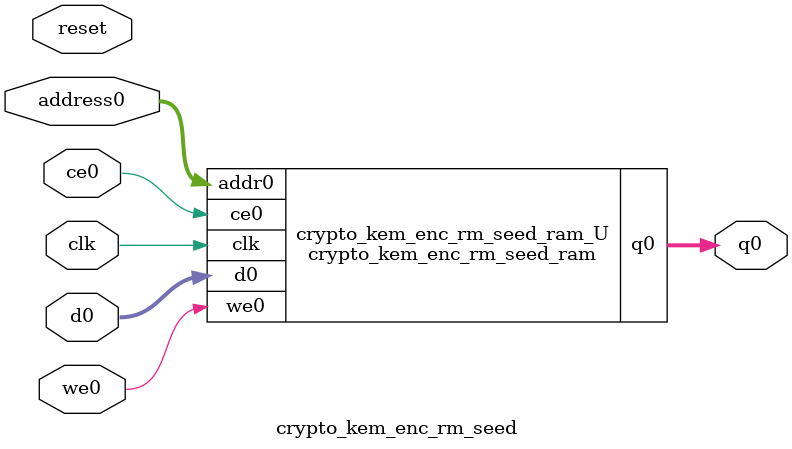
<source format=v>
`timescale 1 ns / 1 ps
module crypto_kem_enc_rm_seed_ram (addr0, ce0, d0, we0, q0,  clk);

parameter DWIDTH = 8;
parameter AWIDTH = 11;
parameter MEM_SIZE = 1400;

input[AWIDTH-1:0] addr0;
input ce0;
input[DWIDTH-1:0] d0;
input we0;
output reg[DWIDTH-1:0] q0;
input clk;

(* ram_style = "block" *)reg [DWIDTH-1:0] ram[0:MEM_SIZE-1];




always @(posedge clk)  
begin 
    if (ce0) 
    begin
        if (we0) 
        begin 
            ram[addr0] <= d0; 
        end 
        q0 <= ram[addr0];
    end
end


endmodule

`timescale 1 ns / 1 ps
module crypto_kem_enc_rm_seed(
    reset,
    clk,
    address0,
    ce0,
    we0,
    d0,
    q0);

parameter DataWidth = 32'd8;
parameter AddressRange = 32'd1400;
parameter AddressWidth = 32'd11;
input reset;
input clk;
input[AddressWidth - 1:0] address0;
input ce0;
input we0;
input[DataWidth - 1:0] d0;
output[DataWidth - 1:0] q0;



crypto_kem_enc_rm_seed_ram crypto_kem_enc_rm_seed_ram_U(
    .clk( clk ),
    .addr0( address0 ),
    .ce0( ce0 ),
    .we0( we0 ),
    .d0( d0 ),
    .q0( q0 ));

endmodule


</source>
